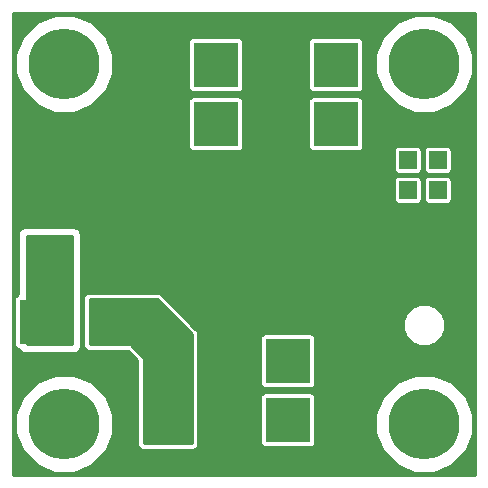
<source format=gbr>
G04 #@! TF.GenerationSoftware,KiCad,Pcbnew,(2017-02-05 revision 431abcf)-makepkg*
G04 #@! TF.CreationDate,2017-03-30T07:50:37+02:00*
G04 #@! TF.ProjectId,UNIPOWER06A,554E49504F5745523036412E6B696361,rev?*
G04 #@! TF.FileFunction,Copper,L1,Top,Signal*
G04 #@! TF.FilePolarity,Positive*
%FSLAX46Y46*%
G04 Gerber Fmt 4.6, Leading zero omitted, Abs format (unit mm)*
G04 Created by KiCad (PCBNEW (2017-02-05 revision 431abcf)-makepkg) date 03/30/17 07:50:37*
%MOMM*%
%LPD*%
G01*
G04 APERTURE LIST*
%ADD10C,0.300000*%
%ADD11C,6.000000*%
%ADD12R,3.330000X3.810000*%
%ADD13R,3.810000X3.810000*%
%ADD14R,1.524000X1.524000*%
%ADD15C,0.800000*%
%ADD16C,0.200000*%
%ADD17C,0.900000*%
%ADD18C,0.254000*%
G04 APERTURE END LIST*
D10*
D11*
X35560000Y35560000D03*
X35560000Y5080000D03*
X5080000Y35560000D03*
X5080000Y5080000D03*
D12*
X8752000Y13716000D03*
X2932000Y13716000D03*
D13*
X13843000Y10414000D03*
X13843000Y5414000D03*
X18923000Y5414000D03*
X18923000Y10414000D03*
X24003000Y10414000D03*
X24003000Y5414000D03*
X29083000Y5414000D03*
X29083000Y10414000D03*
X17907000Y30480000D03*
X17907000Y35480000D03*
X12827000Y35480000D03*
X12827000Y30480000D03*
X22987000Y30480000D03*
X22987000Y35480000D03*
X28067000Y35480000D03*
X28067000Y30480000D03*
D14*
X36703000Y22352000D03*
X34163000Y22352000D03*
X36703000Y24892000D03*
X34163000Y24892000D03*
X36703000Y27432000D03*
X34163000Y27432000D03*
X36703000Y29972000D03*
X34163000Y29972000D03*
D15*
X31750000Y29210000D03*
X33020000Y31750000D03*
X32258000Y27686000D03*
X31242002Y27685998D03*
X38608000Y28448000D03*
X38608000Y29972000D03*
X38608000Y31242000D03*
X38608000Y22352000D03*
X38608000Y21082000D03*
X37846000Y20320000D03*
X36576000Y20320000D03*
X35306000Y20320000D03*
X27686000Y14732000D03*
X28702000Y14732000D03*
X29718000Y14732000D03*
X29718000Y13462000D03*
X28702000Y13462000D03*
X27686000Y13462000D03*
X14732000Y38608000D03*
X13716000Y38608000D03*
X12700000Y38608000D03*
X10668000Y38608000D03*
X24384000Y38608010D03*
X23368000Y38608000D03*
X22352000Y38608000D03*
X21336000Y33020000D03*
X22352000Y33020000D03*
X23368000Y33020000D03*
X24384000Y33020000D03*
X21336000Y38608000D03*
X8890012Y32004000D03*
X9906000Y32004006D03*
X8890000Y28194000D03*
X8890000Y29464000D03*
X8890000Y30734000D03*
X9906000Y30734000D03*
X9906000Y29464000D03*
X9906000Y28194000D03*
X14224000Y33020000D03*
X11176000Y33020000D03*
X12192000Y33020000D03*
X13208000Y32994000D03*
X11684000Y38608000D03*
X27432000Y2540000D03*
X28702000Y2540000D03*
X29972000Y2540000D03*
X30988000Y2540000D03*
X27432000Y7874000D03*
X28447994Y7874000D03*
X29718000Y7874000D03*
X30988000Y7874000D03*
X18288000Y2540000D03*
X19558000Y2540000D03*
X20574000Y2540000D03*
X20320000Y13208000D03*
X19304000Y13208000D03*
X18288000Y13208000D03*
X17272000Y13208000D03*
X17272000Y7874002D03*
X18288000Y7874000D03*
X19558000Y7874000D03*
X20574000Y7874000D03*
X17018000Y2540006D03*
X5334000Y20574000D03*
X4318000Y20574000D03*
X3302000Y20574000D03*
X2286000Y20574000D03*
X5334000Y19558000D03*
X4318000Y19558000D03*
X3302000Y19558000D03*
X2286000Y19558000D03*
X5334000Y16510000D03*
X5334000Y17526000D03*
X5334000Y18542000D03*
X4318000Y18542000D03*
X3302000Y18542000D03*
X2286000Y18542000D03*
X2286000Y17526000D03*
X3302000Y17526000D03*
X4318000Y17526000D03*
X4318000Y16510000D03*
X3302000Y16510000D03*
X2286000Y16510000D03*
X13208000Y13208000D03*
X12191980Y13208000D03*
X11176000Y12192000D03*
X11176000Y13208000D03*
X12192000Y15240000D03*
X12192000Y14224000D03*
X11176000Y14224000D03*
X14732000Y12954000D03*
X13970000Y13716000D03*
X13208000Y14478000D03*
X11176000Y15240000D03*
D16*
X31750000Y29775685D02*
X31750000Y29210000D01*
X31750000Y30480000D02*
X31750000Y29775685D01*
X33020000Y31750000D02*
X31750000Y30480000D01*
X32257998Y27685998D02*
X32258000Y27686000D01*
X31242002Y27685998D02*
X32257998Y27685998D01*
X38608000Y31242000D02*
X38608000Y29972000D01*
X38608000Y21082000D02*
X38608000Y22352000D01*
X36576000Y20320000D02*
X37846000Y20320000D01*
X34163000Y22352000D02*
X34163000Y21390000D01*
X34163000Y21390000D02*
X35233000Y20320000D01*
X35233000Y20320000D02*
X35306000Y20320000D01*
X29718000Y14732000D02*
X28702000Y14732000D01*
X28702000Y13462000D02*
X29718000Y13462000D01*
X29083000Y10414000D02*
X29083000Y12519000D01*
X29083000Y12519000D02*
X28140000Y13462000D01*
X28140000Y13462000D02*
X27686000Y13462000D01*
X13716000Y38608000D02*
X14732000Y38608000D01*
X11684000Y38608000D02*
X12700000Y38608000D01*
X11684000Y38608000D02*
X10668000Y38608000D01*
X22352000Y38608000D02*
X23368000Y38608000D01*
X21901685Y33020000D02*
X21336000Y33020000D01*
X22632000Y33020000D02*
X21901685Y33020000D01*
X22987000Y35480000D02*
X22987000Y33375000D01*
X22987000Y33375000D02*
X22632000Y33020000D01*
X23368000Y33020000D02*
X22352000Y33020000D01*
X22987000Y35480000D02*
X22987000Y37585000D01*
X22987000Y37585000D02*
X21964000Y38608000D01*
X21964000Y38608000D02*
X21336000Y38608000D01*
X9906000Y32004006D02*
X8890018Y32004006D01*
X8890018Y32004006D02*
X8890012Y32004000D01*
X8890000Y30734000D02*
X8890000Y29464000D01*
X9906000Y29464000D02*
X9906000Y30734000D01*
X12827000Y30480000D02*
X12827000Y28375000D01*
X12827000Y28375000D02*
X12646000Y28194000D01*
X12646000Y28194000D02*
X9906000Y28194000D01*
D17*
X14224000Y32454315D02*
X14224000Y33020000D01*
X14224000Y30480000D02*
X14224000Y32454315D01*
X14732000Y29972000D02*
X14224000Y30480000D01*
D16*
X14198000Y32994000D02*
X14224000Y33020000D01*
X13208000Y32994000D02*
X14198000Y32994000D01*
D17*
X11176000Y33585685D02*
X11176000Y33020000D01*
X11430000Y34544000D02*
X11176000Y34290000D01*
X11176000Y34290000D02*
X11176000Y33585685D01*
D16*
X12192000Y33020000D02*
X11176000Y33020000D01*
X11804000Y38608000D02*
X11684000Y38608000D01*
X12827000Y35480000D02*
X12827000Y37585000D01*
X12827000Y37585000D02*
X11804000Y38608000D01*
X28702000Y2540000D02*
X27432000Y2540000D01*
X30988000Y2540000D02*
X29972000Y2540000D01*
X31750000Y2540000D02*
X30988000Y2540000D01*
X28447994Y7874000D02*
X27432000Y7874000D01*
X28447994Y8439685D02*
X28447994Y7874000D01*
X30353000Y10414000D02*
X28447994Y8508994D01*
X29718000Y7874000D02*
X28447994Y7874000D01*
X28447994Y8508994D02*
X28447994Y8439685D01*
X29918000Y7874000D02*
X28447994Y7874000D01*
X29464000Y7874000D02*
X28447994Y7874000D01*
X18287994Y2540006D02*
X18288000Y2540000D01*
X17018000Y2540006D02*
X18287994Y2540006D01*
X20574000Y2540000D02*
X19558000Y2540000D01*
X18288000Y13208000D02*
X19304000Y13208000D01*
X17671999Y12808001D02*
X17272000Y13208000D01*
X20066000Y10414000D02*
X17671999Y12808001D01*
X20193000Y10414000D02*
X20066000Y10414000D01*
X17272002Y7874000D02*
X17272000Y7874002D01*
X18288000Y7874000D02*
X17272002Y7874000D01*
X20574000Y7874000D02*
X19558000Y7874000D01*
D17*
X11430000Y35814000D02*
X12954000Y35814000D01*
X13208000Y29972000D02*
X12192000Y29972000D01*
D10*
X3302000Y20574000D02*
X4318000Y20574000D01*
X2286000Y19558000D02*
X2286000Y20574000D01*
X3302000Y19558000D02*
X4318000Y19558000D01*
X2286000Y18542000D02*
X2286000Y19558000D01*
X5334000Y18542000D02*
X5334000Y17526000D01*
X3302000Y18542000D02*
X4318000Y18542000D01*
X2286000Y17526000D02*
X2286000Y18542000D01*
X4318000Y17526000D02*
X3302000Y17526000D01*
X3302000Y16510000D02*
X4318000Y16510000D01*
X2932000Y13716000D02*
X2932000Y15921000D01*
X2932000Y15921000D02*
X2343000Y16510000D01*
X2343000Y16510000D02*
X2286000Y16510000D01*
X12191980Y13208000D02*
X13208000Y13208000D01*
X12192000Y13208020D02*
X12191980Y13208000D01*
X12192000Y14224000D02*
X12192000Y13208020D01*
X11176000Y13773685D02*
X11176000Y13208000D01*
X11430000Y13970000D02*
X11372315Y13970000D01*
X11372315Y13970000D02*
X11176000Y13773685D01*
X11176000Y14224000D02*
X11176000Y13208000D01*
X12446000Y15240000D02*
X12192000Y15240000D01*
X13208000Y14478000D02*
X12446000Y15240000D01*
X11176000Y14175000D02*
X11176000Y14224000D01*
X10717000Y13716000D02*
X11176000Y14175000D01*
X8752000Y13716000D02*
X10717000Y13716000D01*
X11176000Y15240000D02*
X11176000Y14224000D01*
X13970000Y13716000D02*
X14732000Y12954000D01*
D18*
G36*
X39884000Y756000D02*
X756000Y756000D01*
X756000Y4262690D01*
X952285Y4262690D01*
X1579259Y2745296D01*
X2739190Y1583340D01*
X4255487Y953718D01*
X5897310Y952285D01*
X7414704Y1579259D01*
X8576660Y2739190D01*
X9206282Y4255487D01*
X9207715Y5897310D01*
X8580741Y7414704D01*
X7420810Y8576660D01*
X5904513Y9206282D01*
X4262690Y9207715D01*
X2745296Y8580741D01*
X1583340Y7420810D01*
X953718Y5904513D01*
X952285Y4262690D01*
X756000Y4262690D01*
X756000Y15621000D01*
X831635Y15621000D01*
X831635Y11811000D01*
X864775Y11644393D01*
X959150Y11503150D01*
X1100393Y11408775D01*
X1230105Y11382974D01*
X1328987Y11234987D01*
X1534996Y11097336D01*
X1778000Y11049000D01*
X5842000Y11049000D01*
X6085004Y11097336D01*
X6291013Y11234987D01*
X6428664Y11440996D01*
X6477000Y11684000D01*
X6477000Y15621000D01*
X6651635Y15621000D01*
X6651635Y11811000D01*
X6684775Y11644393D01*
X6696313Y11627125D01*
X6717503Y11520594D01*
X6810065Y11382065D01*
X6948594Y11289503D01*
X7112000Y11257000D01*
X10491130Y11257000D01*
X11257000Y10491130D01*
X11257000Y3302000D01*
X11289503Y3138594D01*
X11382065Y3000065D01*
X11520594Y2907503D01*
X11684000Y2875000D01*
X16002000Y2875000D01*
X16165406Y2907503D01*
X16303935Y3000065D01*
X16396497Y3138594D01*
X16429000Y3302000D01*
X16429000Y7319000D01*
X21662635Y7319000D01*
X21662635Y3509000D01*
X21695775Y3342393D01*
X21790150Y3201150D01*
X21931393Y3106775D01*
X22098000Y3073635D01*
X25908000Y3073635D01*
X26074607Y3106775D01*
X26215850Y3201150D01*
X26310225Y3342393D01*
X26343365Y3509000D01*
X26343365Y4262690D01*
X31432285Y4262690D01*
X32059259Y2745296D01*
X33219190Y1583340D01*
X34735487Y953718D01*
X36377310Y952285D01*
X37894704Y1579259D01*
X39056660Y2739190D01*
X39686282Y4255487D01*
X39687715Y5897310D01*
X39060741Y7414704D01*
X37900810Y8576660D01*
X36384513Y9206282D01*
X34742690Y9207715D01*
X33225296Y8580741D01*
X32063340Y7420810D01*
X31433718Y5904513D01*
X31432285Y4262690D01*
X26343365Y4262690D01*
X26343365Y7319000D01*
X26310225Y7485607D01*
X26215850Y7626850D01*
X26074607Y7721225D01*
X25908000Y7754365D01*
X22098000Y7754365D01*
X21931393Y7721225D01*
X21790150Y7626850D01*
X21695775Y7485607D01*
X21662635Y7319000D01*
X16429000Y7319000D01*
X16429000Y12319000D01*
X21662635Y12319000D01*
X21662635Y8509000D01*
X21695775Y8342393D01*
X21790150Y8201150D01*
X21931393Y8106775D01*
X22098000Y8073635D01*
X25908000Y8073635D01*
X26074607Y8106775D01*
X26215850Y8201150D01*
X26310225Y8342393D01*
X26343365Y8509000D01*
X26343365Y12319000D01*
X26310225Y12485607D01*
X26215850Y12626850D01*
X26074607Y12721225D01*
X25908000Y12754365D01*
X22098000Y12754365D01*
X21931393Y12721225D01*
X21790150Y12626850D01*
X21695775Y12485607D01*
X21662635Y12319000D01*
X16429000Y12319000D01*
X16429000Y12700000D01*
X16396497Y12863406D01*
X16303935Y13001935D01*
X16195786Y13110084D01*
X33782693Y13110084D01*
X34052655Y12456726D01*
X34552096Y11956412D01*
X35204982Y11685310D01*
X35911916Y11684693D01*
X36565274Y11954655D01*
X37065588Y12454096D01*
X37336690Y13106982D01*
X37337307Y13813916D01*
X37067345Y14467274D01*
X36567904Y14967588D01*
X35915018Y15238690D01*
X35208084Y15239307D01*
X34554726Y14969345D01*
X34054412Y14469904D01*
X33783310Y13817018D01*
X33782693Y13110084D01*
X16195786Y13110084D01*
X13255935Y16049935D01*
X13117406Y16142497D01*
X12954000Y16175000D01*
X7112000Y16175000D01*
X6948594Y16142497D01*
X6810065Y16049935D01*
X6717503Y15911406D01*
X6696313Y15804875D01*
X6684775Y15787607D01*
X6651635Y15621000D01*
X6477000Y15621000D01*
X6477000Y21082000D01*
X6428664Y21325004D01*
X6291013Y21531013D01*
X6085004Y21668664D01*
X5842000Y21717000D01*
X1778000Y21717000D01*
X1534996Y21668664D01*
X1328987Y21531013D01*
X1191336Y21325004D01*
X1143000Y21082000D01*
X1143000Y16031700D01*
X1100393Y16023225D01*
X959150Y15928850D01*
X864775Y15787607D01*
X831635Y15621000D01*
X756000Y15621000D01*
X756000Y25654000D01*
X32965635Y25654000D01*
X32965635Y24130000D01*
X32998775Y23963393D01*
X33093150Y23822150D01*
X33234393Y23727775D01*
X33401000Y23694635D01*
X34925000Y23694635D01*
X35091607Y23727775D01*
X35232850Y23822150D01*
X35327225Y23963393D01*
X35360365Y24130000D01*
X35360365Y25654000D01*
X35505635Y25654000D01*
X35505635Y24130000D01*
X35538775Y23963393D01*
X35633150Y23822150D01*
X35774393Y23727775D01*
X35941000Y23694635D01*
X37465000Y23694635D01*
X37631607Y23727775D01*
X37772850Y23822150D01*
X37867225Y23963393D01*
X37900365Y24130000D01*
X37900365Y25654000D01*
X37867225Y25820607D01*
X37772850Y25961850D01*
X37631607Y26056225D01*
X37465000Y26089365D01*
X35941000Y26089365D01*
X35774393Y26056225D01*
X35633150Y25961850D01*
X35538775Y25820607D01*
X35505635Y25654000D01*
X35360365Y25654000D01*
X35327225Y25820607D01*
X35232850Y25961850D01*
X35091607Y26056225D01*
X34925000Y26089365D01*
X33401000Y26089365D01*
X33234393Y26056225D01*
X33093150Y25961850D01*
X32998775Y25820607D01*
X32965635Y25654000D01*
X756000Y25654000D01*
X756000Y34742690D01*
X952285Y34742690D01*
X1579259Y33225296D01*
X2739190Y32063340D01*
X4255487Y31433718D01*
X5897310Y31432285D01*
X7414704Y32059259D01*
X7741013Y32385000D01*
X15566635Y32385000D01*
X15566635Y28575000D01*
X15599775Y28408393D01*
X15694150Y28267150D01*
X15835393Y28172775D01*
X16002000Y28139635D01*
X19812000Y28139635D01*
X19978607Y28172775D01*
X20119850Y28267150D01*
X20214225Y28408393D01*
X20247365Y28575000D01*
X20247365Y32385000D01*
X25726635Y32385000D01*
X25726635Y28575000D01*
X25759775Y28408393D01*
X25854150Y28267150D01*
X25995393Y28172775D01*
X26162000Y28139635D01*
X29972000Y28139635D01*
X30138607Y28172775D01*
X30170372Y28194000D01*
X32965635Y28194000D01*
X32965635Y26670000D01*
X32998775Y26503393D01*
X33093150Y26362150D01*
X33234393Y26267775D01*
X33401000Y26234635D01*
X34925000Y26234635D01*
X35091607Y26267775D01*
X35232850Y26362150D01*
X35327225Y26503393D01*
X35360365Y26670000D01*
X35360365Y28194000D01*
X35505635Y28194000D01*
X35505635Y26670000D01*
X35538775Y26503393D01*
X35633150Y26362150D01*
X35774393Y26267775D01*
X35941000Y26234635D01*
X37465000Y26234635D01*
X37631607Y26267775D01*
X37772850Y26362150D01*
X37867225Y26503393D01*
X37900365Y26670000D01*
X37900365Y28194000D01*
X37867225Y28360607D01*
X37772850Y28501850D01*
X37631607Y28596225D01*
X37465000Y28629365D01*
X35941000Y28629365D01*
X35774393Y28596225D01*
X35633150Y28501850D01*
X35538775Y28360607D01*
X35505635Y28194000D01*
X35360365Y28194000D01*
X35327225Y28360607D01*
X35232850Y28501850D01*
X35091607Y28596225D01*
X34925000Y28629365D01*
X33401000Y28629365D01*
X33234393Y28596225D01*
X33093150Y28501850D01*
X32998775Y28360607D01*
X32965635Y28194000D01*
X30170372Y28194000D01*
X30279850Y28267150D01*
X30374225Y28408393D01*
X30407365Y28575000D01*
X30407365Y32385000D01*
X30374225Y32551607D01*
X30279850Y32692850D01*
X30138607Y32787225D01*
X29972000Y32820365D01*
X26162000Y32820365D01*
X25995393Y32787225D01*
X25854150Y32692850D01*
X25759775Y32551607D01*
X25726635Y32385000D01*
X20247365Y32385000D01*
X20214225Y32551607D01*
X20119850Y32692850D01*
X19978607Y32787225D01*
X19812000Y32820365D01*
X16002000Y32820365D01*
X15835393Y32787225D01*
X15694150Y32692850D01*
X15599775Y32551607D01*
X15566635Y32385000D01*
X7741013Y32385000D01*
X8576660Y33219190D01*
X9206282Y34735487D01*
X9207715Y36377310D01*
X8791347Y37385000D01*
X15566635Y37385000D01*
X15566635Y33575000D01*
X15599775Y33408393D01*
X15694150Y33267150D01*
X15835393Y33172775D01*
X16002000Y33139635D01*
X19812000Y33139635D01*
X19978607Y33172775D01*
X20119850Y33267150D01*
X20214225Y33408393D01*
X20247365Y33575000D01*
X20247365Y37385000D01*
X25726635Y37385000D01*
X25726635Y33575000D01*
X25759775Y33408393D01*
X25854150Y33267150D01*
X25995393Y33172775D01*
X26162000Y33139635D01*
X29972000Y33139635D01*
X30138607Y33172775D01*
X30279850Y33267150D01*
X30374225Y33408393D01*
X30407365Y33575000D01*
X30407365Y34742690D01*
X31432285Y34742690D01*
X32059259Y33225296D01*
X33219190Y32063340D01*
X34735487Y31433718D01*
X36377310Y31432285D01*
X37894704Y32059259D01*
X39056660Y33219190D01*
X39686282Y34735487D01*
X39687715Y36377310D01*
X39060741Y37894704D01*
X37900810Y39056660D01*
X36384513Y39686282D01*
X34742690Y39687715D01*
X33225296Y39060741D01*
X32063340Y37900810D01*
X31433718Y36384513D01*
X31432285Y34742690D01*
X30407365Y34742690D01*
X30407365Y37385000D01*
X30374225Y37551607D01*
X30279850Y37692850D01*
X30138607Y37787225D01*
X29972000Y37820365D01*
X26162000Y37820365D01*
X25995393Y37787225D01*
X25854150Y37692850D01*
X25759775Y37551607D01*
X25726635Y37385000D01*
X20247365Y37385000D01*
X20214225Y37551607D01*
X20119850Y37692850D01*
X19978607Y37787225D01*
X19812000Y37820365D01*
X16002000Y37820365D01*
X15835393Y37787225D01*
X15694150Y37692850D01*
X15599775Y37551607D01*
X15566635Y37385000D01*
X8791347Y37385000D01*
X8580741Y37894704D01*
X7420810Y39056660D01*
X5904513Y39686282D01*
X4262690Y39687715D01*
X2745296Y39060741D01*
X1583340Y37900810D01*
X953718Y36384513D01*
X952285Y34742690D01*
X756000Y34742690D01*
X756000Y39884000D01*
X39884000Y39884000D01*
X39884000Y756000D01*
X39884000Y756000D01*
G37*
X39884000Y756000D02*
X756000Y756000D01*
X756000Y4262690D01*
X952285Y4262690D01*
X1579259Y2745296D01*
X2739190Y1583340D01*
X4255487Y953718D01*
X5897310Y952285D01*
X7414704Y1579259D01*
X8576660Y2739190D01*
X9206282Y4255487D01*
X9207715Y5897310D01*
X8580741Y7414704D01*
X7420810Y8576660D01*
X5904513Y9206282D01*
X4262690Y9207715D01*
X2745296Y8580741D01*
X1583340Y7420810D01*
X953718Y5904513D01*
X952285Y4262690D01*
X756000Y4262690D01*
X756000Y15621000D01*
X831635Y15621000D01*
X831635Y11811000D01*
X864775Y11644393D01*
X959150Y11503150D01*
X1100393Y11408775D01*
X1230105Y11382974D01*
X1328987Y11234987D01*
X1534996Y11097336D01*
X1778000Y11049000D01*
X5842000Y11049000D01*
X6085004Y11097336D01*
X6291013Y11234987D01*
X6428664Y11440996D01*
X6477000Y11684000D01*
X6477000Y15621000D01*
X6651635Y15621000D01*
X6651635Y11811000D01*
X6684775Y11644393D01*
X6696313Y11627125D01*
X6717503Y11520594D01*
X6810065Y11382065D01*
X6948594Y11289503D01*
X7112000Y11257000D01*
X10491130Y11257000D01*
X11257000Y10491130D01*
X11257000Y3302000D01*
X11289503Y3138594D01*
X11382065Y3000065D01*
X11520594Y2907503D01*
X11684000Y2875000D01*
X16002000Y2875000D01*
X16165406Y2907503D01*
X16303935Y3000065D01*
X16396497Y3138594D01*
X16429000Y3302000D01*
X16429000Y7319000D01*
X21662635Y7319000D01*
X21662635Y3509000D01*
X21695775Y3342393D01*
X21790150Y3201150D01*
X21931393Y3106775D01*
X22098000Y3073635D01*
X25908000Y3073635D01*
X26074607Y3106775D01*
X26215850Y3201150D01*
X26310225Y3342393D01*
X26343365Y3509000D01*
X26343365Y4262690D01*
X31432285Y4262690D01*
X32059259Y2745296D01*
X33219190Y1583340D01*
X34735487Y953718D01*
X36377310Y952285D01*
X37894704Y1579259D01*
X39056660Y2739190D01*
X39686282Y4255487D01*
X39687715Y5897310D01*
X39060741Y7414704D01*
X37900810Y8576660D01*
X36384513Y9206282D01*
X34742690Y9207715D01*
X33225296Y8580741D01*
X32063340Y7420810D01*
X31433718Y5904513D01*
X31432285Y4262690D01*
X26343365Y4262690D01*
X26343365Y7319000D01*
X26310225Y7485607D01*
X26215850Y7626850D01*
X26074607Y7721225D01*
X25908000Y7754365D01*
X22098000Y7754365D01*
X21931393Y7721225D01*
X21790150Y7626850D01*
X21695775Y7485607D01*
X21662635Y7319000D01*
X16429000Y7319000D01*
X16429000Y12319000D01*
X21662635Y12319000D01*
X21662635Y8509000D01*
X21695775Y8342393D01*
X21790150Y8201150D01*
X21931393Y8106775D01*
X22098000Y8073635D01*
X25908000Y8073635D01*
X26074607Y8106775D01*
X26215850Y8201150D01*
X26310225Y8342393D01*
X26343365Y8509000D01*
X26343365Y12319000D01*
X26310225Y12485607D01*
X26215850Y12626850D01*
X26074607Y12721225D01*
X25908000Y12754365D01*
X22098000Y12754365D01*
X21931393Y12721225D01*
X21790150Y12626850D01*
X21695775Y12485607D01*
X21662635Y12319000D01*
X16429000Y12319000D01*
X16429000Y12700000D01*
X16396497Y12863406D01*
X16303935Y13001935D01*
X16195786Y13110084D01*
X33782693Y13110084D01*
X34052655Y12456726D01*
X34552096Y11956412D01*
X35204982Y11685310D01*
X35911916Y11684693D01*
X36565274Y11954655D01*
X37065588Y12454096D01*
X37336690Y13106982D01*
X37337307Y13813916D01*
X37067345Y14467274D01*
X36567904Y14967588D01*
X35915018Y15238690D01*
X35208084Y15239307D01*
X34554726Y14969345D01*
X34054412Y14469904D01*
X33783310Y13817018D01*
X33782693Y13110084D01*
X16195786Y13110084D01*
X13255935Y16049935D01*
X13117406Y16142497D01*
X12954000Y16175000D01*
X7112000Y16175000D01*
X6948594Y16142497D01*
X6810065Y16049935D01*
X6717503Y15911406D01*
X6696313Y15804875D01*
X6684775Y15787607D01*
X6651635Y15621000D01*
X6477000Y15621000D01*
X6477000Y21082000D01*
X6428664Y21325004D01*
X6291013Y21531013D01*
X6085004Y21668664D01*
X5842000Y21717000D01*
X1778000Y21717000D01*
X1534996Y21668664D01*
X1328987Y21531013D01*
X1191336Y21325004D01*
X1143000Y21082000D01*
X1143000Y16031700D01*
X1100393Y16023225D01*
X959150Y15928850D01*
X864775Y15787607D01*
X831635Y15621000D01*
X756000Y15621000D01*
X756000Y25654000D01*
X32965635Y25654000D01*
X32965635Y24130000D01*
X32998775Y23963393D01*
X33093150Y23822150D01*
X33234393Y23727775D01*
X33401000Y23694635D01*
X34925000Y23694635D01*
X35091607Y23727775D01*
X35232850Y23822150D01*
X35327225Y23963393D01*
X35360365Y24130000D01*
X35360365Y25654000D01*
X35505635Y25654000D01*
X35505635Y24130000D01*
X35538775Y23963393D01*
X35633150Y23822150D01*
X35774393Y23727775D01*
X35941000Y23694635D01*
X37465000Y23694635D01*
X37631607Y23727775D01*
X37772850Y23822150D01*
X37867225Y23963393D01*
X37900365Y24130000D01*
X37900365Y25654000D01*
X37867225Y25820607D01*
X37772850Y25961850D01*
X37631607Y26056225D01*
X37465000Y26089365D01*
X35941000Y26089365D01*
X35774393Y26056225D01*
X35633150Y25961850D01*
X35538775Y25820607D01*
X35505635Y25654000D01*
X35360365Y25654000D01*
X35327225Y25820607D01*
X35232850Y25961850D01*
X35091607Y26056225D01*
X34925000Y26089365D01*
X33401000Y26089365D01*
X33234393Y26056225D01*
X33093150Y25961850D01*
X32998775Y25820607D01*
X32965635Y25654000D01*
X756000Y25654000D01*
X756000Y34742690D01*
X952285Y34742690D01*
X1579259Y33225296D01*
X2739190Y32063340D01*
X4255487Y31433718D01*
X5897310Y31432285D01*
X7414704Y32059259D01*
X7741013Y32385000D01*
X15566635Y32385000D01*
X15566635Y28575000D01*
X15599775Y28408393D01*
X15694150Y28267150D01*
X15835393Y28172775D01*
X16002000Y28139635D01*
X19812000Y28139635D01*
X19978607Y28172775D01*
X20119850Y28267150D01*
X20214225Y28408393D01*
X20247365Y28575000D01*
X20247365Y32385000D01*
X25726635Y32385000D01*
X25726635Y28575000D01*
X25759775Y28408393D01*
X25854150Y28267150D01*
X25995393Y28172775D01*
X26162000Y28139635D01*
X29972000Y28139635D01*
X30138607Y28172775D01*
X30170372Y28194000D01*
X32965635Y28194000D01*
X32965635Y26670000D01*
X32998775Y26503393D01*
X33093150Y26362150D01*
X33234393Y26267775D01*
X33401000Y26234635D01*
X34925000Y26234635D01*
X35091607Y26267775D01*
X35232850Y26362150D01*
X35327225Y26503393D01*
X35360365Y26670000D01*
X35360365Y28194000D01*
X35505635Y28194000D01*
X35505635Y26670000D01*
X35538775Y26503393D01*
X35633150Y26362150D01*
X35774393Y26267775D01*
X35941000Y26234635D01*
X37465000Y26234635D01*
X37631607Y26267775D01*
X37772850Y26362150D01*
X37867225Y26503393D01*
X37900365Y26670000D01*
X37900365Y28194000D01*
X37867225Y28360607D01*
X37772850Y28501850D01*
X37631607Y28596225D01*
X37465000Y28629365D01*
X35941000Y28629365D01*
X35774393Y28596225D01*
X35633150Y28501850D01*
X35538775Y28360607D01*
X35505635Y28194000D01*
X35360365Y28194000D01*
X35327225Y28360607D01*
X35232850Y28501850D01*
X35091607Y28596225D01*
X34925000Y28629365D01*
X33401000Y28629365D01*
X33234393Y28596225D01*
X33093150Y28501850D01*
X32998775Y28360607D01*
X32965635Y28194000D01*
X30170372Y28194000D01*
X30279850Y28267150D01*
X30374225Y28408393D01*
X30407365Y28575000D01*
X30407365Y32385000D01*
X30374225Y32551607D01*
X30279850Y32692850D01*
X30138607Y32787225D01*
X29972000Y32820365D01*
X26162000Y32820365D01*
X25995393Y32787225D01*
X25854150Y32692850D01*
X25759775Y32551607D01*
X25726635Y32385000D01*
X20247365Y32385000D01*
X20214225Y32551607D01*
X20119850Y32692850D01*
X19978607Y32787225D01*
X19812000Y32820365D01*
X16002000Y32820365D01*
X15835393Y32787225D01*
X15694150Y32692850D01*
X15599775Y32551607D01*
X15566635Y32385000D01*
X7741013Y32385000D01*
X8576660Y33219190D01*
X9206282Y34735487D01*
X9207715Y36377310D01*
X8791347Y37385000D01*
X15566635Y37385000D01*
X15566635Y33575000D01*
X15599775Y33408393D01*
X15694150Y33267150D01*
X15835393Y33172775D01*
X16002000Y33139635D01*
X19812000Y33139635D01*
X19978607Y33172775D01*
X20119850Y33267150D01*
X20214225Y33408393D01*
X20247365Y33575000D01*
X20247365Y37385000D01*
X25726635Y37385000D01*
X25726635Y33575000D01*
X25759775Y33408393D01*
X25854150Y33267150D01*
X25995393Y33172775D01*
X26162000Y33139635D01*
X29972000Y33139635D01*
X30138607Y33172775D01*
X30279850Y33267150D01*
X30374225Y33408393D01*
X30407365Y33575000D01*
X30407365Y34742690D01*
X31432285Y34742690D01*
X32059259Y33225296D01*
X33219190Y32063340D01*
X34735487Y31433718D01*
X36377310Y31432285D01*
X37894704Y32059259D01*
X39056660Y33219190D01*
X39686282Y34735487D01*
X39687715Y36377310D01*
X39060741Y37894704D01*
X37900810Y39056660D01*
X36384513Y39686282D01*
X34742690Y39687715D01*
X33225296Y39060741D01*
X32063340Y37900810D01*
X31433718Y36384513D01*
X31432285Y34742690D01*
X30407365Y34742690D01*
X30407365Y37385000D01*
X30374225Y37551607D01*
X30279850Y37692850D01*
X30138607Y37787225D01*
X29972000Y37820365D01*
X26162000Y37820365D01*
X25995393Y37787225D01*
X25854150Y37692850D01*
X25759775Y37551607D01*
X25726635Y37385000D01*
X20247365Y37385000D01*
X20214225Y37551607D01*
X20119850Y37692850D01*
X19978607Y37787225D01*
X19812000Y37820365D01*
X16002000Y37820365D01*
X15835393Y37787225D01*
X15694150Y37692850D01*
X15599775Y37551607D01*
X15566635Y37385000D01*
X8791347Y37385000D01*
X8580741Y37894704D01*
X7420810Y39056660D01*
X5904513Y39686282D01*
X4262690Y39687715D01*
X2745296Y39060741D01*
X1583340Y37900810D01*
X953718Y36384513D01*
X952285Y34742690D01*
X756000Y34742690D01*
X756000Y39884000D01*
X39884000Y39884000D01*
X39884000Y756000D01*
G36*
X5715000Y11811000D02*
X1905000Y11811000D01*
X1905000Y20955000D01*
X5715000Y20955000D01*
X5715000Y11811000D01*
X5715000Y11811000D01*
G37*
X5715000Y11811000D02*
X1905000Y11811000D01*
X1905000Y20955000D01*
X5715000Y20955000D01*
X5715000Y11811000D01*
G36*
X15875000Y12647394D02*
X15875000Y3429000D01*
X11811000Y3429000D01*
X11811000Y10668000D01*
X11801333Y10716601D01*
X11773803Y10757803D01*
X10757803Y11773803D01*
X10716601Y11801333D01*
X10668000Y11811000D01*
X7239000Y11811000D01*
X7239000Y15621000D01*
X12901394Y15621000D01*
X15875000Y12647394D01*
X15875000Y12647394D01*
G37*
X15875000Y12647394D02*
X15875000Y3429000D01*
X11811000Y3429000D01*
X11811000Y10668000D01*
X11801333Y10716601D01*
X11773803Y10757803D01*
X10757803Y11773803D01*
X10716601Y11801333D01*
X10668000Y11811000D01*
X7239000Y11811000D01*
X7239000Y15621000D01*
X12901394Y15621000D01*
X15875000Y12647394D01*
M02*

</source>
